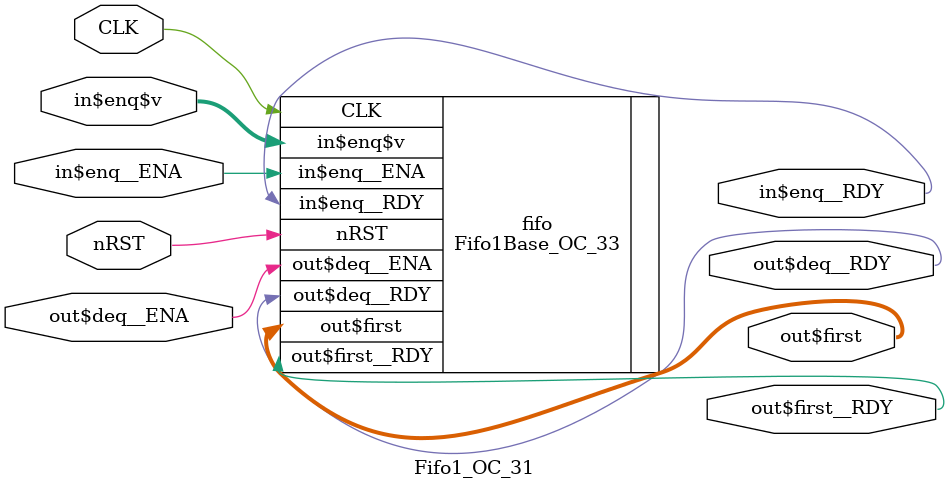
<source format=v>
`include "zynqTop.generated.vh"

`default_nettype none
module Fifo1_OC_31 (input wire CLK, input wire nRST,
    input wire in$enq__ENA,
    input wire [37:0]in$enq$v,
    output wire in$enq__RDY,
    input wire out$deq__ENA,
    output wire out$deq__RDY,
    output wire [37:0]out$first,
    output wire out$first__RDY);
    Fifo1Base_OC_33 fifo (.CLK(CLK), .nRST(nRST),
        .in$enq__ENA(in$enq__ENA),
        .in$enq$v(in$enq$v),
        .in$enq__RDY(in$enq__RDY),
        .out$deq__ENA(out$deq__ENA),
        .out$deq__RDY(out$deq__RDY),
        .out$first(out$first),
        .out$first__RDY(out$first__RDY));
endmodule 

`default_nettype wire    // set back to default value

</source>
